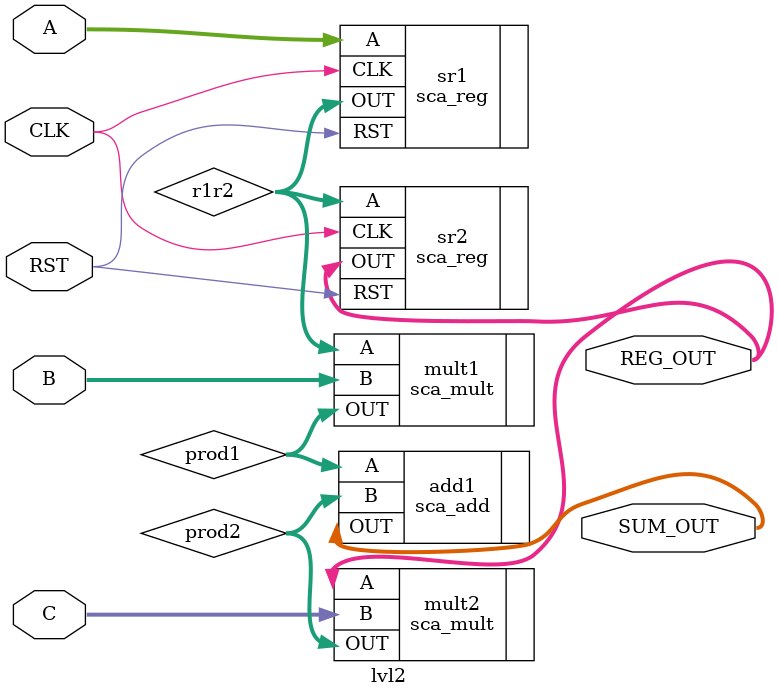
<source format=v>
/******************************************************************************
*** 																        ***
*** ECE 526 L Experiment #6B            Jose Luis Martinez, Spring, 2021    ***
***                                                                         ***
*** Experiment 6B - Sum of Products                                         ***
***                                                                         ***
*******************************************************************************
*** Filename: lvl2.v           Created by Jose Luis Martinez, April 1, 2021 ***
***                                                                         ***
******************************************************************************/

`timescale 1ns/100ps

module lvl2(SUM_OUT, REG_OUT, A, B, C, CLK, RST);
	parameter SIZE = 4;

	input CLK, RST;
	input [SIZE-1:0] A;
	input [SIZE-1:0] B;
	input [SIZE-1:0] C;
	output [SIZE-1:0] REG_OUT;
	output [SIZE*2:0] SUM_OUT;

	wire [SIZE-1:0] r1r2; 
	wire [(SIZE*2)-1:0] prod1; 
	wire [(SIZE*2)-1:0] prod2;

	sca_reg #(.SIZE(SIZE)) sr1(.OUT(r1r2), .A(A), .RST(RST), .CLK(CLK));
	sca_reg #(.SIZE(SIZE)) sr2(.OUT(REG_OUT), .A(r1r2), .RST(RST), .CLK(CLK));

	sca_mult #(.SIZE(SIZE)) mult1(.OUT(prod1), .A(r1r2), .B(B));
	sca_mult #(.SIZE(SIZE)) mult2(.OUT(prod2), .A(REG_OUT), .B(C));

	sca_add #(.SIZE(SIZE*2)) add1(.OUT(SUM_OUT), .A(prod1), .B(prod2));
endmodule
</source>
